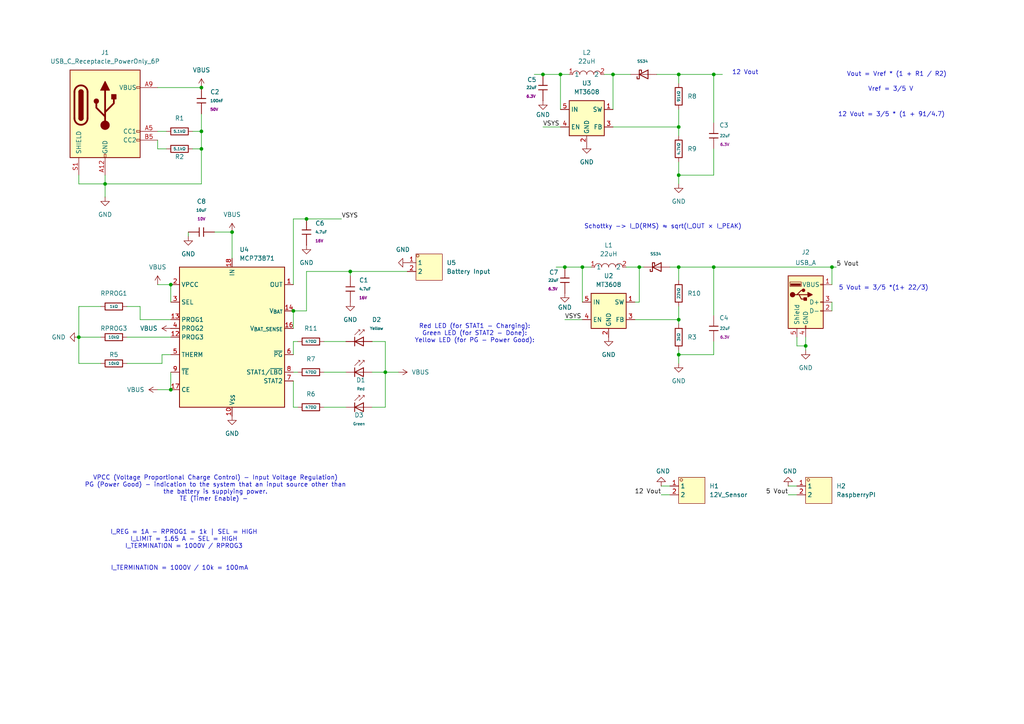
<source format=kicad_sch>
(kicad_sch (version 20250114) (generator "eeschema") (generator_version "9.0")
  (paper "A4")
  (text "12 Vout\n" (at 216.154 21.082 0) (effects (font (size 1.27 1.27))))
  (text "I_REG = 1A - RPROG1 = 1k | SEL = HIGH\nI_LIMIT = 1.65 A - SEL = HIGH\nI_TERMINATION = 1000V / RPROG3\n" (at 53.34 156.464 0) (effects (font (size 1.27 1.27))))
  (text "12 Vout = 3/5 * (1 + 91/4.7)\n" (at 258.572 33.274 0) (effects (font (size 1.27 1.27))))
  (text "5 Vout = 3/5 *(1+ 22/3)" (at 256.286 83.566 0) (effects (font (size 1.27 1.27))))
  (text "VPCC (Voltage Proportional Charge Control) - Input Voltage Regulation)\nPG (Power Good) - indication to the system that an input source other than\nthe battery is supplying power.\nTE (Timer Enable) - \n" (at 62.484 141.732 0) (effects (font (size 1.27 1.27))))
  (text "Schottky -> I_D(RMS) ≈ sqrt(I_OUT × I_PEAK)\n\n" (at 192.278 66.802 0) (effects (font (size 1.27 1.27))))
  (text "I_TERMINATION = 1000V / 10k = 100mA\n" (at 52.07 164.846 0) (effects (font (size 1.27 1.27))))
  (text "Vout = Vref * (1 + R1 / R2)" (at 260.096 21.59 0) (effects (font (size 1.27 1.27))))
  (text "Red LED (for STAT1 - Charging):\nGreen LED (for STAT2 - Done):\nYellow LED (for PG - Power Good):\n" (at 137.668 96.774 0) (effects (font (size 1.27 1.27))))
  (text "Vref = 3/5 V " (at 258.826 25.908 0) (effects (font (size 1.27 1.27))))
  (junction (at 22.86 97.79))
  (junction (at 196.85 102.87))
  (junction (at 157.48 21.59))
  (junction (at 58.42 25.4))
  (junction (at 101.6 78.74))
  (junction (at 185.42 77.47))
  (junction (at 30.48 53.34))
  (junction (at 196.85 50.8))
  (junction (at 58.42 43.18))
  (junction (at 233.68 100.33))
  (junction (at 111.76 107.95))
  (junction (at 85.09 90.17))
  (junction (at 196.85 77.47))
  (junction (at 207.01 77.47))
  (junction (at 88.9 63.5))
  (junction (at 163.83 77.47))
  (junction (at 177.8 21.59))
  (junction (at 207.01 21.59))
  (junction (at 196.85 92.71))
  (junction (at 49.53 113.03))
  (junction (at 49.53 82.55))
  (junction (at 162.56 21.59))
  (junction (at 241.3 77.47))
  (junction (at 168.91 77.47))
  (junction (at 58.42 38.1))
  (junction (at 196.85 21.59))
  (junction (at 67.31 67.31))
  (junction (at 196.85 36.83))
  (wire (pts (xy 88.9 63.5) (xy 99.06 63.5)))
  (wire (pts (xy 111.76 107.95) (xy 111.76 118.11)))
  (wire (pts (xy 207.01 43.18) (xy 207.01 50.8)))
  (wire (pts (xy 228.6 143.51) (xy 231.14 143.51)))
  (wire (pts (xy 88.9 78.74) (xy 101.6 78.74)))
  (wire (pts (xy 58.42 38.1) (xy 58.42 43.18)))
  (wire (pts (xy 30.48 50.8) (xy 30.48 53.34)))
  (wire (pts (xy 55.88 43.18) (xy 58.42 43.18)))
  (wire (pts (xy 241.3 87.63) (xy 241.3 90.17)))
  (wire (pts (xy 111.76 107.95) (xy 115.57 107.95)))
  (wire (pts (xy 233.68 100.33) (xy 233.68 97.79)))
  (wire (pts (xy 85.09 107.95) (xy 86.36 107.95)))
  (wire (pts (xy 154.94 21.59) (xy 157.48 21.59)))
  (wire (pts (xy 241.3 77.47) (xy 242.57 77.47)))
  (wire (pts (xy 196.85 50.8) (xy 196.85 53.34)))
  (wire (pts (xy 67.31 67.31) (xy 67.31 74.93)))
  (wire (pts (xy 22.86 53.34) (xy 30.48 53.34)))
  (wire (pts (xy 228.6 140.97) (xy 231.14 140.97)))
  (wire (pts (xy 194.31 77.47) (xy 196.85 77.47)))
  (wire (pts (xy 36.83 97.79) (xy 49.53 97.79)))
  (wire (pts (xy 45.72 40.64) (xy 45.72 43.18)))
  (wire (pts (xy 45.72 25.4) (xy 58.42 25.4)))
  (wire (pts (xy 85.09 110.49) (xy 85.09 118.11)))
  (wire (pts (xy 101.6 78.74) (xy 101.6 80.01)))
  (wire (pts (xy 191.77 140.97) (xy 194.31 140.97)))
  (wire (pts (xy 207.01 102.87) (xy 196.85 102.87)))
  (wire (pts (xy 196.85 21.59) (xy 207.01 21.59)))
  (wire (pts (xy 177.8 21.59) (xy 177.8 31.75)))
  (wire (pts (xy 58.42 53.34) (xy 30.48 53.34)))
  (wire (pts (xy 22.86 50.8) (xy 22.86 53.34)))
  (wire (pts (xy 168.91 77.47) (xy 171.45 77.47)))
  (wire (pts (xy 85.09 63.5) (xy 88.9 63.5)))
  (wire (pts (xy 196.85 92.71) (xy 196.85 93.98)))
  (wire (pts (xy 175.26 21.59) (xy 177.8 21.59)))
  (wire (pts (xy 157.48 21.59) (xy 162.56 21.59)))
  (wire (pts (xy 101.6 78.74) (xy 118.11 78.74)))
  (wire (pts (xy 168.91 77.47) (xy 168.91 87.63)))
  (wire (pts (xy 207.01 99.06) (xy 207.01 102.87)))
  (wire (pts (xy 30.48 53.34) (xy 30.48 57.15)))
  (wire (pts (xy 45.72 82.55) (xy 49.53 82.55)))
  (wire (pts (xy 163.83 77.47) (xy 168.91 77.47)))
  (wire (pts (xy 207.01 77.47) (xy 241.3 77.47)))
  (wire (pts (xy 40.64 92.71) (xy 49.53 92.71)))
  (wire (pts (xy 46.99 102.87) (xy 49.53 102.87)))
  (wire (pts (xy 196.85 102.87) (xy 196.85 105.41)))
  (wire (pts (xy 161.29 77.47) (xy 163.83 77.47)))
  (wire (pts (xy 85.09 90.17) (xy 88.9 90.17)))
  (wire (pts (xy 107.95 118.11) (xy 111.76 118.11)))
  (wire (pts (xy 22.86 97.79) (xy 29.21 97.79)))
  (wire (pts (xy 40.64 88.9) (xy 40.64 92.71)))
  (wire (pts (xy 196.85 88.9) (xy 196.85 92.71)))
  (wire (pts (xy 93.98 107.95) (xy 100.33 107.95)))
  (wire (pts (xy 177.8 36.83) (xy 196.85 36.83)))
  (wire (pts (xy 207.01 21.59) (xy 209.55 21.59)))
  (wire (pts (xy 85.09 90.17) (xy 85.09 95.25)))
  (wire (pts (xy 22.86 88.9) (xy 29.21 88.9)))
  (wire (pts (xy 231.14 100.33) (xy 233.68 100.33)))
  (wire (pts (xy 49.53 82.55) (xy 49.53 87.63)))
  (wire (pts (xy 85.09 99.06) (xy 85.09 102.87)))
  (wire (pts (xy 207.01 77.47) (xy 207.01 91.44)))
  (wire (pts (xy 46.99 105.41) (xy 46.99 102.87)))
  (wire (pts (xy 191.77 143.51) (xy 194.31 143.51)))
  (wire (pts (xy 36.83 88.9) (xy 40.64 88.9)))
  (wire (pts (xy 162.56 21.59) (xy 162.56 31.75)))
  (wire (pts (xy 165.1 21.59) (xy 162.56 21.59)))
  (wire (pts (xy 196.85 77.47) (xy 196.85 81.28)))
  (wire (pts (xy 62.23 67.31) (xy 67.31 67.31)))
  (wire (pts (xy 93.98 99.06) (xy 100.33 99.06)))
  (wire (pts (xy 45.72 43.18) (xy 48.26 43.18)))
  (wire (pts (xy 107.95 107.95) (xy 111.76 107.95)))
  (wire (pts (xy 177.8 21.59) (xy 182.88 21.59)))
  (wire (pts (xy 196.85 77.47) (xy 207.01 77.47)))
  (wire (pts (xy 184.15 92.71) (xy 196.85 92.71)))
  (wire (pts (xy 196.85 31.75) (xy 196.85 36.83)))
  (wire (pts (xy 22.86 97.79) (xy 22.86 105.41)))
  (wire (pts (xy 185.42 77.47) (xy 186.69 77.47)))
  (wire (pts (xy 181.61 77.47) (xy 185.42 77.47)))
  (wire (pts (xy 85.09 82.55) (xy 85.09 63.5)))
  (wire (pts (xy 22.86 105.41) (xy 29.21 105.41)))
  (wire (pts (xy 58.42 33.02) (xy 58.42 38.1)))
  (wire (pts (xy 93.98 118.11) (xy 100.33 118.11)))
  (wire (pts (xy 36.83 105.41) (xy 46.99 105.41)))
  (wire (pts (xy 45.72 113.03) (xy 49.53 113.03)))
  (wire (pts (xy 55.88 38.1) (xy 58.42 38.1)))
  (wire (pts (xy 196.85 36.83) (xy 196.85 39.37)))
  (wire (pts (xy 45.72 38.1) (xy 48.26 38.1)))
  (wire (pts (xy 107.95 99.06) (xy 111.76 99.06)))
  (wire (pts (xy 163.83 92.71) (xy 168.91 92.71)))
  (wire (pts (xy 196.85 101.6) (xy 196.85 102.87)))
  (wire (pts (xy 185.42 77.47) (xy 185.42 87.63)))
  (wire (pts (xy 22.86 88.9) (xy 22.86 97.79)))
  (wire (pts (xy 233.68 100.33) (xy 233.68 101.6)))
  (wire (pts (xy 88.9 78.74) (xy 88.9 90.17)))
  (wire (pts (xy 85.09 99.06) (xy 86.36 99.06)))
  (wire (pts (xy 231.14 97.79) (xy 231.14 100.33)))
  (wire (pts (xy 196.85 21.59) (xy 196.85 24.13)))
  (wire (pts (xy 241.3 77.47) (xy 241.3 82.55)))
  (wire (pts (xy 207.01 21.59) (xy 207.01 35.56)))
  (wire (pts (xy 111.76 99.06) (xy 111.76 107.95)))
  (wire (pts (xy 49.53 107.95) (xy 49.53 113.03)))
  (wire (pts (xy 207.01 50.8) (xy 196.85 50.8)))
  (wire (pts (xy 85.09 118.11) (xy 86.36 118.11)))
  (wire (pts (xy 196.85 46.99) (xy 196.85 50.8)))
  (wire (pts (xy 185.42 87.63) (xy 184.15 87.63)))
  (wire (pts (xy 58.42 43.18) (xy 58.42 53.34)))
  (wire (pts (xy 190.5 21.59) (xy 196.85 21.59)))
  (wire (pts (xy 157.48 36.83) (xy 162.56 36.83)))
  (wire (pts (xy 54.61 67.31) (xy 54.61 68.58)))
  (label "5 Vout" (at 242.57 77.47 0))
  (label "5 Vout" (at 228.6 143.51 180))
  (label "VSYS" (at 163.83 92.71 0))
  (label "12 Vout" (at 191.77 143.51 180))
  (label "VSYS" (at 157.48 36.83 0))
  (label "VSYS" (at 99.06 63.5 0))
  (symbol (lib_id "PCM_JLCPCB-Capacitors:0603,100nF") (at 58.42 29.21 0) (unit 1)
    (property "Reference" "C2" (at 60.96 26.6699 0) (effects (justify left)))
    (property "Value" "100nF" (at 60.96 29.21 0) (effects (font (size 0.8 0.8)) (justify left)))
    (property "Footprint" "PCM_JLCPCB:C_0603" (effects (hide yes)))
    (property "Datasheet" "https://www.lcsc.com/datasheet/lcsc_datasheet_2211101700_YAGEO-CC0603KRX7R9BB104_C14663.pdf" (effects (hide yes)))
    (property "Description" "50V 100nF X7R ±10% 0603 Multilayer Ceramic Capacitors MLCC - SMD/SMT ROHS" (effects (hide yes)))
    (property "LCSC" "C14663" (effects (hide yes)))
    (property "Stock" "70324515" (effects (hide yes)))
    (property "Price" "0.006USD" (effects (hide yes)))
    (property "Process" "SMT" (effects (hide yes)))
    (property "Minimum Qty" "20" (effects (hide yes)))
    (property "Attrition Qty" "10" (effects (hide yes)))
    (property "Class" "Basic Component" (effects (hide yes)))
    (property "Category" "Capacitors,Multilayer Ceramic Capacitors MLCC - SMD/SMT" (effects (hide yes)))
    (property "Manufacturer" "YAGEO" (effects (hide yes)))
    (property "Part" "CC0603KRX7R9BB104" (effects (hide yes)))
    (property "Voltage Rated" "50V" (at 60.96 31.75 0) (effects (font (size 0.8 0.8)) (justify left)))
    (property "Tolerance" "±10%" (effects (hide yes)))
    (property "Capacitance" "100nF" (effects (hide yes)))
    (property "Temperature Coefficient" "X7R" (effects (hide yes)))
  )
  (symbol (lib_id "PCM_JLCPCB-Resistors:0603,470Ω") (at 90.17 99.06 270) (unit 1)
    (property "Reference" "R11" (at 90.17 95.25 90))
    (property "Value" "470Ω" (at 90.17 99.06 90) (effects (font (size 0.8 0.8))))
    (property "Footprint" "PCM_JLCPCB:R_0603" (effects (hide yes)))
    (property "Datasheet" "https://www.lcsc.com/datasheet/lcsc_datasheet_2206010116_UNI-ROYAL-Uniroyal-Elec-0603WAF4700T5E_C23179.pdf" (effects (hide yes)))
    (property "Description" "100mW Thick Film Resistors 75V ±100ppm/°C ±1% 470Ω 0603 Chip Resistor - Surface Mount ROHS" (effects (hide yes)))
    (property "LCSC" "C23179" (effects (hide yes)))
    (property "Stock" "3910258" (effects (hide yes)))
    (property "Price" "0.004USD" (effects (hide yes)))
    (property "Process" "SMT" (effects (hide yes)))
    (property "Minimum Qty" "20" (effects (hide yes)))
    (property "Attrition Qty" "10" (effects (hide yes)))
    (property "Class" "Basic Component" (effects (hide yes)))
    (property "Category" "Resistors,Chip Resistor - Surface Mount" (effects (hide yes)))
    (property "Manufacturer" "UNI-ROYAL(Uniroyal Elec)" (effects (hide yes)))
    (property "Part" "0603WAF4700T5E" (effects (hide yes)))
    (property "Resistance" "470Ω" (effects (hide yes)))
    (property "Power(Watts)" "100mW" (effects (hide yes)))
    (property "Type" "Thick Film Resistors" (effects (hide yes)))
    (property "Overload Voltage (Max)" "75V" (effects (hide yes)))
    (property "Operating Temperature Range" "-55°C~+155°C" (effects (hide yes)))
    (property "Tolerance" "±1%" (effects (hide yes)))
    (property "Temperature Coefficient" "±100ppm/°C" (effects (hide yes)))
  )
  (symbol (lib_id "power:GND") (at 54.61 68.58 0) (unit 1)
    (property "Reference" "#PWR08" (effects (hide yes)))
    (property "Value" "GND" (at 54.61 73.66 0))
    (property "Description" "Power symbol creates a global label with name \"GND\" , ground" (effects (hide yes)))
  )
  (symbol (lib_id "PCM_JLCPCB-Capacitors:0603,22uF") (at 207.01 95.25 180) (unit 1)
    (property "Reference" "C4" (at 211.328 92.202 0) (effects (justify left)))
    (property "Value" "22uF" (at 211.836 95.25 0) (effects (font (size 0.8 0.8)) (justify left)))
    (property "Footprint" "PCM_JLCPCB:C_0603" (effects (hide yes)))
    (property "Datasheet" "https://www.lcsc.com/datasheet/lcsc_datasheet_2304140030_Samsung-Electro-Mechanics-CL10A226MQ8NRNC_C59461.pdf" (effects (hide yes)))
    (property "Description" "6.3V 22uF X5R ±20% 0603 Multilayer Ceramic Capacitors MLCC - SMD/SMT ROHS" (effects (hide yes)))
    (property "LCSC" "C59461" (effects (hide yes)))
    (property "Stock" "5081183" (effects (hide yes)))
    (property "Price" "0.012USD" (effects (hide yes)))
    (property "Process" "SMT" (effects (hide yes)))
    (property "Minimum Qty" "20" (effects (hide yes)))
    (property "Attrition Qty" "10" (effects (hide yes)))
    (property "Class" "Basic Component" (effects (hide yes)))
    (property "Category" "Capacitors,Multilayer Ceramic Capacitors MLCC - SMD/SMT" (effects (hide yes)))
    (property "Manufacturer" "Samsung Electro-Mechanics" (effects (hide yes)))
    (property "Part" "CL10A226MQ8NRNC" (effects (hide yes)))
    (property "Voltage Rated" "6.3V" (at 211.582 97.79 0) (effects (font (size 0.8 0.8)) (justify left)))
    (property "Tolerance" "±20%" (effects (hide yes)))
    (property "Capacitance" "22uF" (effects (hide yes)))
    (property "Temperature Coefficient" "X5R" (effects (hide yes)))
  )
  (symbol (lib_id "PCM_JLCPCB-Diodes:Schottky,SS34") (at 190.5 77.47 270) (unit 1)
    (property "Reference" "D5" (effects (hide yes)))
    (property "Value" "SS34" (at 190.1825 73.66 90) (effects (font (size 0.8 0.8))))
    (property "Footprint" "PCM_JLCPCB:D_SMA" (effects (hide yes)))
    (property "Datasheet" "https://www.lcsc.com/datasheet/lcsc_datasheet_2407101107_MDD-Microdiode-Semiconductor-SS34_C8678.pdf" (effects (hide yes)))
    (property "Description" "40V Independent Type 3A 550mV@3A SMA(DO-214AC) Schottky Diodes ROHS" (effects (hide yes)))
    (property "LCSC" "C8678" (effects (hide yes)))
    (property "Stock" "1971586" (effects (hide yes)))
    (property "Price" "0.030USD" (effects (hide yes)))
    (property "Process" "SMT" (effects (hide yes)))
    (property "Minimum Qty" "5" (effects (hide yes)))
    (property "Attrition Qty" "8" (effects (hide yes)))
    (property "Class" "Basic Component" (effects (hide yes)))
    (property "Category" "Diodes,Schottky Barrier Diodes (SBD)" (effects (hide yes)))
    (property "Manufacturer" "MDD（Microdiode Electronics）" (effects (hide yes)))
    (property "Part" "SS34" (effects (hide yes)))
    (property "Rectified Current" "3A" (effects (hide yes)))
    (property "Forward Voltage (Vf@If)" "550mV@3A" (effects (hide yes)))
    (property "Reverse Voltage (Vr)" "40V" (effects (hide yes)))
    (property "Diode Configuration" "Independent Type" (effects (hide yes)))
    (property "Reverse Leakage Current (Ir)" "500uA@40V" (effects (hide yes)))
  )
  (symbol (lib_id "power:VBUS") (at 115.57 107.95 270) (unit 1)
    (property "Reference" "#PWR04" (effects (hide yes)))
    (property "Value" "VBUS" (at 119.38 107.9499 90) (effects (justify left)))
    (property "Description" "Power symbol creates a global label with name \"VBUS\"" (effects (hide yes)))
  )
  (symbol (lib_id "power:VBUS") (at 49.53 95.25 90) (unit 1)
    (property "Reference" "#PWR06" (effects (hide yes)))
    (property "Value" "VBUS" (at 45.72 95.2499 90) (effects (justify left)))
    (property "Description" "Power symbol creates a global label with name \"VBUS\"" (effects (hide yes)))
  )
  (symbol (lib_id "PCM_JLCPCB-Resistors:0603,470Ω") (at 90.17 107.95 270) (unit 1)
    (property "Reference" "R7" (at 90.17 104.14 90))
    (property "Value" "470Ω" (at 90.17 107.95 90) (effects (font (size 0.8 0.8))))
    (property "Footprint" "PCM_JLCPCB:R_0603" (effects (hide yes)))
    (property "Datasheet" "https://www.lcsc.com/datasheet/lcsc_datasheet_2206010116_UNI-ROYAL-Uniroyal-Elec-0603WAF4700T5E_C23179.pdf" (effects (hide yes)))
    (property "Description" "100mW Thick Film Resistors 75V ±100ppm/°C ±1% 470Ω 0603 Chip Resistor - Surface Mount ROHS" (effects (hide yes)))
    (property "LCSC" "C23179" (effects (hide yes)))
    (property "Stock" "3910258" (effects (hide yes)))
    (property "Price" "0.004USD" (effects (hide yes)))
    (property "Process" "SMT" (effects (hide yes)))
    (property "Minimum Qty" "20" (effects (hide yes)))
    (property "Attrition Qty" "10" (effects (hide yes)))
    (property "Class" "Basic Component" (effects (hide yes)))
    (property "Category" "Resistors,Chip Resistor - Surface Mount" (effects (hide yes)))
    (property "Manufacturer" "UNI-ROYAL(Uniroyal Elec)" (effects (hide yes)))
    (property "Part" "0603WAF4700T5E" (effects (hide yes)))
    (property "Resistance" "470Ω" (effects (hide yes)))
    (property "Power(Watts)" "100mW" (effects (hide yes)))
    (property "Type" "Thick Film Resistors" (effects (hide yes)))
    (property "Overload Voltage (Max)" "75V" (effects (hide yes)))
    (property "Operating Temperature Range" "-55°C~+155°C" (effects (hide yes)))
    (property "Tolerance" "±1%" (effects (hide yes)))
    (property "Temperature Coefficient" "±100ppm/°C" (effects (hide yes)))
  )
  (symbol (lib_id "PCM_JLCPCB-Resistors:0603,10kΩ") (at 33.02 105.41 270) (unit 1)
    (property "Reference" "R5" (at 33.02 102.87 90))
    (property "Value" "10kΩ" (at 33.02 105.41 90) (effects (font (size 0.8 0.8))))
    (property "Footprint" "PCM_JLCPCB:R_0603" (effects (hide yes)))
    (property "Datasheet" "https://www.lcsc.com/datasheet/lcsc_datasheet_2206010045_UNI-ROYAL-Uniroyal-Elec-0603WAF1002T5E_C25804.pdf" (effects (hide yes)))
    (property "Description" "100mW Thick Film Resistors 75V ±100ppm/°C ±1% 10kΩ 0603 Chip Resistor - Surface Mount ROHS" (effects (hide yes)))
    (property "LCSC" "C25804" (effects (hide yes)))
    (property "Stock" "51181774" (effects (hide yes)))
    (property "Price" "0.004USD" (effects (hide yes)))
    (property "Process" "SMT" (effects (hide yes)))
    (property "Minimum Qty" "20" (effects (hide yes)))
    (property "Attrition Qty" "10" (effects (hide yes)))
    (property "Class" "Basic Component" (effects (hide yes)))
    (property "Category" "Resistors,Chip Resistor - Surface Mount" (effects (hide yes)))
    (property "Manufacturer" "UNI-ROYAL(Uniroyal Elec)" (effects (hide yes)))
    (property "Part" "0603WAF1002T5E" (effects (hide yes)))
    (property "Resistance" "10kΩ" (effects (hide yes)))
    (property "Power(Watts)" "100mW" (effects (hide yes)))
    (property "Type" "Thick Film Resistors" (effects (hide yes)))
    (property "Overload Voltage (Max)" "75V" (effects (hide yes)))
    (property "Operating Temperature Range" "-55°C~+155°C" (effects (hide yes)))
    (property "Tolerance" "±1%" (effects (hide yes)))
    (property "Temperature Coefficient" "±100ppm/°C" (effects (hide yes)))
  )
  (symbol (lib_id "power:GND") (at 118.11 76.2 270) (unit 1)
    (property "Reference" "#PWR07" (effects (hide yes)))
    (property "Value" "GND" (at 116.84 72.39 90))
    (property "Description" "Power symbol creates a global label with name \"GND\" , ground" (effects (hide yes)))
  )
  (symbol (lib_id "power:GND") (at 22.86 97.79 270) (unit 1)
    (property "Reference" "#PWR011" (effects (hide yes)))
    (property "Value" "GND" (at 19.05 97.7899 90) (effects (justify right)))
    (property "Description" "Power symbol creates a global label with name \"GND\" , ground" (effects (hide yes)))
  )
  (symbol (lib_id "PCM_JLCPCB-Resistors:0603,22kΩ") (at 196.85 85.09 0) (unit 1)
    (property "Reference" "R10" (at 199.39 85.0899 0) (effects (justify left)))
    (property "Value" "22kΩ" (at 196.85 85.09 90) (effects (font (size 0.8 0.8))))
    (property "Footprint" "PCM_JLCPCB:R_0603" (effects (hide yes)))
    (property "Datasheet" "https://www.lcsc.com/datasheet/lcsc_datasheet_2206010030_UNI-ROYAL-Uniroyal-Elec-0603WAF2202T5E_C31850.pdf" (effects (hide yes)))
    (property "Description" "100mW Thick Film Resistors 75V ±100ppm/°C ±1% 22kΩ 0603 Chip Resistor - Surface Mount ROHS" (effects (hide yes)))
    (property "LCSC" "C31850" (effects (hide yes)))
    (property "Stock" "1601895" (effects (hide yes)))
    (property "Price" "0.004USD" (effects (hide yes)))
    (property "Process" "SMT" (effects (hide yes)))
    (property "Minimum Qty" "20" (effects (hide yes)))
    (property "Attrition Qty" "10" (effects (hide yes)))
    (property "Class" "Basic Component" (effects (hide yes)))
    (property "Category" "Resistors,Chip Resistor - Surface Mount" (effects (hide yes)))
    (property "Manufacturer" "UNI-ROYAL(Uniroyal Elec)" (effects (hide yes)))
    (property "Part" "0603WAF2202T5E" (effects (hide yes)))
    (property "Resistance" "22kΩ" (effects (hide yes)))
    (property "Power(Watts)" "100mW" (effects (hide yes)))
    (property "Type" "Thick Film Resistors" (effects (hide yes)))
    (property "Overload Voltage (Max)" "75V" (effects (hide yes)))
    (property "Operating Temperature Range" "-55°C~+155°C" (effects (hide yes)))
    (property "Tolerance" "±1%" (effects (hide yes)))
    (property "Temperature Coefficient" "±100ppm/°C" (effects (hide yes)))
  )
  (symbol (lib_id "PCM_JLCPCB-Diodes:LED,0805,Green") (at 104.14 118.11 270) (unit 1)
    (property "Reference" "D3" (at 104.14 120.396 90))
    (property "Value" "Green" (at 104.14 122.936 90) (effects (font (size 0.8 0.8))))
    (property "Footprint" "PCM_JLCPCB:D_0805" (effects (hide yes)))
    (property "Datasheet" "https://www.lcsc.com/datasheet/lcsc_datasheet_1806151820_Hubei-KENTO-Elec-KT-0805G_C2297.pdf" (effects (hide yes)))
    (property "Description" "Emerald 0805 LED Indication - Discrete ROHS" (effects (hide yes)))
    (property "LCSC" "C2297" (effects (hide yes)))
    (property "Stock" "2062782" (effects (hide yes)))
    (property "Price" "0.014USD" (effects (hide yes)))
    (property "Process" "SMT" (effects (hide yes)))
    (property "Minimum Qty" "20" (effects (hide yes)))
    (property "Attrition Qty" "10" (effects (hide yes)))
    (property "Class" "Basic Component" (effects (hide yes)))
    (property "Category" "Optoelectronics,Light Emitting Diodes (LED)" (effects (hide yes)))
    (property "Manufacturer" "Hubei KENTO Elec" (effects (hide yes)))
    (property "Part" "KT-0805G" (effects (hide yes)))
    (property "Emitted Color" "Emerald" (effects (hide yes)))
  )
  (symbol (lib_id "easyeda2kicad:CYH74-22UH") (at 176.53 77.47 0) (unit 1)
    (property "Reference" "L1" (at 176.53 71.12 0))
    (property "Value" "22uH" (at 176.53 73.66 0))
    (property "Footprint" "easyeda2kicad:IND-SMD_L7.5-W7.5" (effects (hide yes)))
    (property "LCSC Part" "C19268629" (effects (hide yes)))
  )
  (symbol (lib_id "PCM_JLCPCB-Diodes:LED,0805,Yellow") (at 104.14 99.06 270) (unit 1)
    (property "Reference" "D2" (at 109.22 92.71 90))
    (property "Value" "Yellow" (at 109.22 95.25 90) (effects (font (size 0.8 0.8))))
    (property "Footprint" "PCM_JLCPCB:D_0805" (effects (hide yes)))
    (property "Datasheet" "https://www.lcsc.com/datasheet/lcsc_datasheet_1806151129_Hubei-KENTO-Elec-KT-0805Y_C2296.pdf" (effects (hide yes)))
    (property "Description" "Yellow 0805 LED Indication - Discrete ROHS" (effects (hide yes)))
    (property "LCSC" "C2296" (effects (hide yes)))
    (property "Stock" "662678" (effects (hide yes)))
    (property "Price" "0.015USD" (effects (hide yes)))
    (property "Process" "SMT" (effects (hide yes)))
    (property "Minimum Qty" "20" (effects (hide yes)))
    (property "Attrition Qty" "10" (effects (hide yes)))
    (property "Class" "Basic Component" (effects (hide yes)))
    (property "Category" "Optocouplers & LEDs & Infrared,Light Emitting Diodes (LED)" (effects (hide yes)))
    (property "Manufacturer" "Hubei KENTO Elec" (effects (hide yes)))
    (property "Part" "KT-0805Y" (effects (hide yes)))
  )
  (symbol (lib_id "power:GND") (at 191.77 140.97 180) (unit 1)
    (property "Reference" "#PWR09" (effects (hide yes)))
    (property "Value" "GND" (at 190.246 136.652 0) (effects (justify right)))
    (property "Description" "Power symbol creates a global label with name \"GND\" , ground" (effects (hide yes)))
  )
  (symbol (lib_id "easyeda2kicad:S2B-PH-K-S-GW") (at 123.19 77.47 0) (unit 1)
    (property "Reference" "U5" (at 129.54 76.1999 0) (effects (justify left)))
    (property "Value" "Battery Input" (at 129.54 78.7399 0) (effects (justify left)))
    (property "Footprint" "easyeda2kicad:CONN-TH_S2B-PH-K-S-GW" (effects (hide yes)))
    (property "Datasheet" "https://lcsc.com/product-detail/PH-Connectors_JST_S2B-PH-K-S-GW_PHsocket-1-2P-Curved-needle-pitch2mm_C157932.html" (effects (hide yes)))
    (property "LCSC Part" "C157932" (effects (hide yes)))
  )
  (symbol (lib_id "power:VBUS") (at 45.72 113.03 90) (unit 1)
    (property "Reference" "#PWR010" (effects (hide yes)))
    (property "Value" "VBUS" (at 41.91 113.0299 90) (effects (justify left)))
    (property "Description" "Power symbol creates a global label with name \"VBUS\"" (effects (hide yes)))
  )
  (symbol (lib_id "PCM_JLCPCB-Capacitors:0603,22uF") (at 157.48 25.4 0) (unit 1)
    (property "Reference" "C5" (at 152.908 23.114 0) (effects (justify left)))
    (property "Value" "22uF" (at 152.654 25.4 0) (effects (font (size 0.8 0.8)) (justify left)))
    (property "Footprint" "PCM_JLCPCB:C_0603" (effects (hide yes)))
    (property "Datasheet" "https://www.lcsc.com/datasheet/lcsc_datasheet_2304140030_Samsung-Electro-Mechanics-CL10A226MQ8NRNC_C59461.pdf" (effects (hide yes)))
    (property "Description" "6.3V 22uF X5R ±20% 0603 Multilayer Ceramic Capacitors MLCC - SMD/SMT ROHS" (effects (hide yes)))
    (property "LCSC" "C59461" (effects (hide yes)))
    (property "Stock" "5081183" (effects (hide yes)))
    (property "Price" "0.012USD" (effects (hide yes)))
    (property "Process" "SMT" (effects (hide yes)))
    (property "Minimum Qty" "20" (effects (hide yes)))
    (property "Attrition Qty" "10" (effects (hide yes)))
    (property "Class" "Basic Component" (effects (hide yes)))
    (property "Category" "Capacitors,Multilayer Ceramic Capacitors MLCC - SMD/SMT" (effects (hide yes)))
    (property "Manufacturer" "Samsung Electro-Mechanics" (effects (hide yes)))
    (property "Part" "CL10A226MQ8NRNC" (effects (hide yes)))
    (property "Voltage Rated" "6.3V" (at 152.654 27.94 0) (effects (font (size 0.8 0.8)) (justify left)))
    (property "Tolerance" "±20%" (effects (hide yes)))
    (property "Capacitance" "22uF" (effects (hide yes)))
    (property "Temperature Coefficient" "X5R" (effects (hide yes)))
  )
  (symbol (lib_id "PCM_JLCPCB-Resistors:0603,1kΩ") (at 33.02 88.9 90) (unit 1)
    (property "Reference" "RPROG1" (at 33.02 85.09 90))
    (property "Value" "1kΩ" (at 33.02 88.9 90) (effects (font (size 0.8 0.8))))
    (property "Footprint" "PCM_JLCPCB:R_0603" (effects (hide yes)))
    (property "Datasheet" "https://www.lcsc.com/datasheet/lcsc_datasheet_2206010130_UNI-ROYAL-Uniroyal-Elec-0603WAF1001T5E_C21190.pdf" (effects (hide yes)))
    (property "Description" "100mW Thick Film Resistors 75V ±100ppm/°C ±1% 1kΩ 0603 Chip Resistor - Surface Mount ROHS" (effects (hide yes)))
    (property "LCSC" "C21190" (effects (hide yes)))
    (property "Stock" "27538425" (effects (hide yes)))
    (property "Price" "0.004USD" (effects (hide yes)))
    (property "Process" "SMT" (effects (hide yes)))
    (property "Minimum Qty" "20" (effects (hide yes)))
    (property "Attrition Qty" "10" (effects (hide yes)))
    (property "Class" "Basic Component" (effects (hide yes)))
    (property "Category" "Resistors,Chip Resistor - Surface Mount" (effects (hide yes)))
    (property "Manufacturer" "UNI-ROYAL(Uniroyal Elec)" (effects (hide yes)))
    (property "Part" "0603WAF1001T5E" (effects (hide yes)))
    (property "Resistance" "1kΩ" (effects (hide yes)))
    (property "Power(Watts)" "100mW" (effects (hide yes)))
    (property "Type" "Thick Film Resistors" (effects (hide yes)))
    (property "Overload Voltage (Max)" "75V" (effects (hide yes)))
    (property "Operating Temperature Range" "-55°C~+155°C" (effects (hide yes)))
    (property "Tolerance" "±1%" (effects (hide yes)))
    (property "Temperature Coefficient" "±100ppm/°C" (effects (hide yes)))
  )
  (symbol (lib_id "Regulator_Switching:MT3608") (at 176.53 90.17 0) (unit 1)
    (property "Reference" "U2" (at 176.53 80.01 0))
    (property "Value" "MT3608" (at 176.53 82.55 0))
    (property "Footprint" "easyeda2kicad:SOT-23-6_L2.9-W1.6-P0.95-LS2.8-BL" (effects (hide yes)))
    (property "Datasheet" "https://www.olimex.com/Products/Breadboarding/BB-PWR-3608/resources/MT3608.pdf" (effects (hide yes)))
    (property "Description" "High Efficiency 1.2MHz 2A Step Up Converter, 2-24V Vin, 28V Vout, 4A current limit, 1.2MHz, SOT23-6" (effects (hide yes)))
  )
  (symbol (lib_id "PCM_JLCPCB-Capacitors:0603,22uF") (at 207.01 39.37 180) (unit 1)
    (property "Reference" "C3" (at 211.328 36.322 0) (effects (justify left)))
    (property "Value" "22uF" (at 211.836 39.37 0) (effects (font (size 0.8 0.8)) (justify left)))
    (property "Footprint" "PCM_JLCPCB:C_0603" (effects (hide yes)))
    (property "Datasheet" "https://www.lcsc.com/datasheet/lcsc_datasheet_2304140030_Samsung-Electro-Mechanics-CL10A226MQ8NRNC_C59461.pdf" (effects (hide yes)))
    (property "Description" "6.3V 22uF X5R ±20% 0603 Multilayer Ceramic Capacitors MLCC - SMD/SMT ROHS" (effects (hide yes)))
    (property "LCSC" "C59461" (effects (hide yes)))
    (property "Stock" "5081183" (effects (hide yes)))
    (property "Price" "0.012USD" (effects (hide yes)))
    (property "Process" "SMT" (effects (hide yes)))
    (property "Minimum Qty" "20" (effects (hide yes)))
    (property "Attrition Qty" "10" (effects (hide yes)))
    (property "Class" "Basic Component" (effects (hide yes)))
    (property "Category" "Capacitors,Multilayer Ceramic Capacitors MLCC - SMD/SMT" (effects (hide yes)))
    (property "Manufacturer" "Samsung Electro-Mechanics" (effects (hide yes)))
    (property "Part" "CL10A226MQ8NRNC" (effects (hide yes)))
    (property "Voltage Rated" "6.3V" (at 211.582 41.91 0) (effects (font (size 0.8 0.8)) (justify left)))
    (property "Tolerance" "±20%" (effects (hide yes)))
    (property "Capacitance" "22uF" (effects (hide yes)))
    (property "Temperature Coefficient" "X5R" (effects (hide yes)))
  )
  (symbol (lib_id "power:GND") (at 228.6 140.97 180) (unit 1)
    (property "Reference" "#PWR022" (effects (hide yes)))
    (property "Value" "GND" (at 227.076 136.652 0) (effects (justify right)))
    (property "Description" "Power symbol creates a global label with name \"GND\" , ground" (effects (hide yes)))
  )
  (symbol (lib_id "PCM_JLCPCB-Diodes:LED,0805,Red") (at 104.14 107.95 270) (unit 1)
    (property "Reference" "D1" (at 104.648 110.236 90))
    (property "Value" "Red" (at 104.648 112.776 90) (effects (font (size 0.8 0.8))))
    (property "Footprint" "PCM_JLCPCB:D_0805" (effects (hide yes)))
    (property "Datasheet" "https://www.lcsc.com/datasheet/lcsc_datasheet_2409272203_Foshan-NationStar-Optoelectronics-NCD0805R1_C84256.pdf" (effects (hide yes)))
    (property "Description" "25mA Colorless transparent lens 67mcd~195mcd -30°C~+85°C 615nm~630nm Individual diode Red 130° 65mW 1.6V~2.6V 0805 LED Indication - Discrete ROHS" (effects (hide yes)))
    (property "LCSC" "C84256" (effects (hide yes)))
    (property "Stock" "2976925" (effects (hide yes)))
    (property "Price" "0.016USD" (effects (hide yes)))
    (property "Process" "SMT" (effects (hide yes)))
    (property "Minimum Qty" "20" (effects (hide yes)))
    (property "Attrition Qty" "10" (effects (hide yes)))
    (property "Class" "Basic Component" (effects (hide yes)))
    (property "Category" "Optoelectronics,Light Emitting Diodes (LED)" (effects (hide yes)))
    (property "Manufacturer" "Foshan NationStar Optoelectronics" (effects (hide yes)))
    (property "Part" "NCD0805R1" (effects (hide yes)))
    (property "Operating Temperature" "-30°C~+85°C" (effects (hide yes)))
    (property "Viewing Angle" "130°" (effects (hide yes)))
    (property "Forward Current" "25mA" (effects (hide yes)))
    (property "Forward Voltage (VF)" "1.6V~2.6V" (effects (hide yes)))
    (property "Luminous Intensity" "67mcd~195mcd" (effects (hide yes)))
    (property "Dominant Wavelength" "615nm~630nm" (effects (hide yes)))
    (property "Power Dissipation" "65mW" (effects (hide yes)))
    (property "Emitted Color" "Red" (effects (hide yes)))
    (property "Diode Configuration" "Independent Diode" (effects (hide yes)))
    (property "Lens Color" "Colorless Transparent Lens" (effects (hide yes)))
  )
  (symbol (lib_id "easyeda2kicad:210S-1*2PL=11.6MMGold-platedblack") (at 199.39 142.24 0) (unit 1)
    (property "Reference" "H1" (at 205.74 140.9699 0) (effects (justify left)))
    (property "Value" "12V_Sensor" (at 205.74 143.5099 0) (effects (justify left)))
    (property "Footprint" "easyeda2kicad:HDR-TH_2P-P2.54-V-M-1" (effects (hide yes)))
    (property "Datasheet" "https://lcsc.com/product-detail/Male-Header_Headers-Pins-1-2P-2-54mm-Straight-line_C124375.html" (effects (hide yes)))
    (property "LCSC Part" "C124375" (effects (hide yes)))
  )
  (symbol (lib_id "power:GND") (at 157.48 29.21 0) (unit 1)
    (property "Reference" "#PWR018" (effects (hide yes)))
    (property "Value" "GND" (at 157.48 33.274 0))
    (property "Description" "Power symbol creates a global label with name \"GND\" , ground" (effects (hide yes)))
  )
  (symbol (lib_id "power:GND") (at 67.31 120.65 0) (unit 1)
    (property "Reference" "#PWR05" (effects (hide yes)))
    (property "Value" "GND" (at 67.31 125.73 0))
    (property "Description" "Power symbol creates a global label with name \"GND\" , ground" (effects (hide yes)))
  )
  (symbol (lib_id "power:GND") (at 30.48 57.15 0) (unit 1)
    (property "Reference" "#PWR01" (effects (hide yes)))
    (property "Value" "GND" (at 30.48 62.23 0))
    (property "Description" "Power symbol creates a global label with name \"GND\" , ground" (effects (hide yes)))
  )
  (symbol (lib_id "PCM_JLCPCB-Resistors:0603,10kΩ") (at 33.02 97.79 270) (unit 1)
    (property "Reference" "RPROG3" (at 33.02 95.25 90))
    (property "Value" "10kΩ" (at 33.02 97.79 90) (effects (font (size 0.8 0.8))))
    (property "Footprint" "PCM_JLCPCB:R_0603" (effects (hide yes)))
    (property "Datasheet" "https://www.lcsc.com/datasheet/lcsc_datasheet_2206010045_UNI-ROYAL-Uniroyal-Elec-0603WAF1002T5E_C25804.pdf" (effects (hide yes)))
    (property "Description" "100mW Thick Film Resistors 75V ±100ppm/°C ±1% 10kΩ 0603 Chip Resistor - Surface Mount ROHS" (effects (hide yes)))
    (property "LCSC" "C25804" (effects (hide yes)))
    (property "Stock" "51181774" (effects (hide yes)))
    (property "Price" "0.004USD" (effects (hide yes)))
    (property "Process" "SMT" (effects (hide yes)))
    (property "Minimum Qty" "20" (effects (hide yes)))
    (property "Attrition Qty" "10" (effects (hide yes)))
    (property "Class" "Basic Component" (effects (hide yes)))
    (property "Category" "Resistors,Chip Resistor - Surface Mount" (effects (hide yes)))
    (property "Manufacturer" "UNI-ROYAL(Uniroyal Elec)" (effects (hide yes)))
    (property "Part" "0603WAF1002T5E" (effects (hide yes)))
    (property "Resistance" "10kΩ" (effects (hide yes)))
    (property "Power(Watts)" "100mW" (effects (hide yes)))
    (property "Type" "Thick Film Resistors" (effects (hide yes)))
    (property "Overload Voltage (Max)" "75V" (effects (hide yes)))
    (property "Operating Temperature Range" "-55°C~+155°C" (effects (hide yes)))
    (property "Tolerance" "±1%" (effects (hide yes)))
    (property "Temperature Coefficient" "±100ppm/°C" (effects (hide yes)))
  )
  (symbol (lib_id "power:VBUS") (at 45.72 82.55 0) (unit 1)
    (property "Reference" "#PWR03" (effects (hide yes)))
    (property "Value" "VBUS" (at 45.72 77.47 0))
    (property "Description" "Power symbol creates a global label with name \"VBUS\"" (effects (hide yes)))
  )
  (symbol (lib_id "PCM_JLCPCB-Resistors:0603,470Ω") (at 90.17 118.11 270) (unit 1)
    (property "Reference" "R6" (at 90.17 114.3 90))
    (property "Value" "470Ω" (at 90.17 118.11 90) (effects (font (size 0.8 0.8))))
    (property "Footprint" "PCM_JLCPCB:R_0603" (effects (hide yes)))
    (property "Datasheet" "https://www.lcsc.com/datasheet/lcsc_datasheet_2206010116_UNI-ROYAL-Uniroyal-Elec-0603WAF4700T5E_C23179.pdf" (effects (hide yes)))
    (property "Description" "100mW Thick Film Resistors 75V ±100ppm/°C ±1% 470Ω 0603 Chip Resistor - Surface Mount ROHS" (effects (hide yes)))
    (property "LCSC" "C23179" (effects (hide yes)))
    (property "Stock" "3910258" (effects (hide yes)))
    (property "Price" "0.004USD" (effects (hide yes)))
    (property "Process" "SMT" (effects (hide yes)))
    (property "Minimum Qty" "20" (effects (hide yes)))
    (property "Attrition Qty" "10" (effects (hide yes)))
    (property "Class" "Basic Component" (effects (hide yes)))
    (property "Category" "Resistors,Chip Resistor - Surface Mount" (effects (hide yes)))
    (property "Manufacturer" "UNI-ROYAL(Uniroyal Elec)" (effects (hide yes)))
    (property "Part" "0603WAF4700T5E" (effects (hide yes)))
    (property "Resistance" "470Ω" (effects (hide yes)))
    (property "Power(Watts)" "100mW" (effects (hide yes)))
    (property "Type" "Thick Film Resistors" (effects (hide yes)))
    (property "Overload Voltage (Max)" "75V" (effects (hide yes)))
    (property "Operating Temperature Range" "-55°C~+155°C" (effects (hide yes)))
    (property "Tolerance" "±1%" (effects (hide yes)))
    (property "Temperature Coefficient" "±100ppm/°C" (effects (hide yes)))
  )
  (symbol (lib_id "PCM_JLCPCB-Diodes:Schottky,SS34") (at 186.69 21.59 270) (unit 1)
    (property "Reference" "D4" (effects (hide yes)))
    (property "Value" "SS34" (at 186.3725 17.78 90) (effects (font (size 0.8 0.8))))
    (property "Footprint" "PCM_JLCPCB:D_SMA" (effects (hide yes)))
    (property "Datasheet" "https://www.lcsc.com/datasheet/lcsc_datasheet_2407101107_MDD-Microdiode-Semiconductor-SS34_C8678.pdf" (effects (hide yes)))
    (property "Description" "40V Independent Type 3A 550mV@3A SMA(DO-214AC) Schottky Diodes ROHS" (effects (hide yes)))
    (property "LCSC" "C8678" (effects (hide yes)))
    (property "Stock" "1971586" (effects (hide yes)))
    (property "Price" "0.030USD" (effects (hide yes)))
    (property "Process" "SMT" (effects (hide yes)))
    (property "Minimum Qty" "5" (effects (hide yes)))
    (property "Attrition Qty" "8" (effects (hide yes)))
    (property "Class" "Basic Component" (effects (hide yes)))
    (property "Category" "Diodes,Schottky Barrier Diodes (SBD)" (effects (hide yes)))
    (property "Manufacturer" "MDD（Microdiode Electronics）" (effects (hide yes)))
    (property "Part" "SS34" (effects (hide yes)))
    (property "Rectified Current" "3A" (effects (hide yes)))
    (property "Forward Voltage (Vf@If)" "550mV@3A" (effects (hide yes)))
    (property "Reverse Voltage (Vr)" "40V" (effects (hide yes)))
    (property "Diode Configuration" "Independent Type" (effects (hide yes)))
    (property "Reverse Leakage Current (Ir)" "500uA@40V" (effects (hide yes)))
  )
  (symbol (lib_id "power:GND") (at 170.18 41.91 0) (unit 1)
    (property "Reference" "#PWR015" (effects (hide yes)))
    (property "Value" "GND" (at 170.18 46.99 0))
    (property "Description" "Power symbol creates a global label with name \"GND\" , ground" (effects (hide yes)))
  )
  (symbol (lib_id "Connector:USB_A") (at 233.68 87.63 0) (unit 1)
    (property "Reference" "J2" (at 233.68 73.152 0))
    (property "Value" "USB_A" (at 233.68 76.2 0))
    (property "Footprint" "easyeda2kicad:USB-A-TH_AF-WJDG" (effects (hide yes)))
    (property "Description" "USB Type A connector" (effects (hide yes)))
  )
  (symbol (lib_id "PCM_JLCPCB-Resistors:0603,4.7kΩ") (at 196.85 43.18 0) (unit 1)
    (property "Reference" "R9" (at 199.39 43.1799 0) (effects (justify left)))
    (property "Value" "4.7kΩ" (at 196.85 43.18 90) (effects (font (size 0.8 0.8))))
    (property "Footprint" "PCM_JLCPCB:R_0603" (effects (hide yes)))
    (property "Datasheet" "https://www.lcsc.com/datasheet/lcsc_datasheet_2206010116_UNI-ROYAL-Uniroyal-Elec-0603WAF4701T5E_C23162.pdf" (effects (hide yes)))
    (property "Description" "100mW Thick Film Resistors 75V ±100ppm/°C ±1% 4.7kΩ 0603 Chip Resistor - Surface Mount ROHS" (effects (hide yes)))
    (property "LCSC" "C23162" (effects (hide yes)))
    (property "Stock" "11302490" (effects (hide yes)))
    (property "Price" "0.004USD" (effects (hide yes)))
    (property "Process" "SMT" (effects (hide yes)))
    (property "Minimum Qty" "20" (effects (hide yes)))
    (property "Attrition Qty" "10" (effects (hide yes)))
    (property "Class" "Basic Component" (effects (hide yes)))
    (property "Category" "Resistors,Chip Resistor - Surface Mount" (effects (hide yes)))
    (property "Manufacturer" "UNI-ROYAL(Uniroyal Elec)" (effects (hide yes)))
    (property "Part" "0603WAF4701T5E" (effects (hide yes)))
    (property "Resistance" "4.7kΩ" (effects (hide yes)))
    (property "Power(Watts)" "100mW" (effects (hide yes)))
    (property "Type" "Thick Film Resistors" (effects (hide yes)))
    (property "Overload Voltage (Max)" "75V" (effects (hide yes)))
    (property "Operating Temperature Range" "-55°C~+155°C" (effects (hide yes)))
    (property "Tolerance" "±1%" (effects (hide yes)))
    (property "Temperature Coefficient" "±100ppm/°C" (effects (hide yes)))
  )
  (symbol (lib_id "power:VBUS") (at 67.31 67.31 0) (mirror y) (unit 1)
    (property "Reference" "#PWR012" (effects (hide yes)))
    (property "Value" "VBUS" (at 67.31 62.23 0))
    (property "Description" "Power symbol creates a global label with name \"VBUS\"" (effects (hide yes)))
  )
  (symbol (lib_id "Battery_Management:MCP73871") (at 67.31 97.79 0) (unit 1)
    (property "Reference" "U4" (at 69.4533 72.39 0) (effects (justify left)))
    (property "Value" "MCP73871" (at 69.4533 74.93 0) (effects (justify left)))
    (property "Footprint" "easyeda2kicad:QFN-20_L4.0-W4.0-P0.5-BL-EP" (effects (hide yes)))
    (property "Datasheet" "http://www.mouser.com/ds/2/268/22090a-52174.pdf" (effects (hide yes)))
    (property "Description" "Single cell, Li-Ion/Li-Po charge management controller" (effects (hide yes)))
    (property "LCSC Part" "C511310" (effects (hide yes)))
  )
  (symbol (lib_id "PCM_JLCPCB-Resistors:0603,5.1kΩ") (at 52.07 38.1 90) (unit 1)
    (property "Reference" "R1" (at 52.07 34.29 90))
    (property "Value" "5.1kΩ" (at 52.07 38.1 90) (effects (font (size 0.8 0.8))))
    (property "Footprint" "PCM_JLCPCB:R_0603" (effects (hide yes)))
    (property "Datasheet" "https://www.lcsc.com/datasheet/lcsc_datasheet_2206010116_UNI-ROYAL-Uniroyal-Elec-0603WAF5101T5E_C23186.pdf" (effects (hide yes)))
    (property "Description" "100mW Thick Film Resistors 75V ±100ppm/°C ±1% 5.1kΩ 0603 Chip Resistor - Surface Mount ROHS" (effects (hide yes)))
    (property "LCSC" "C23186" (effects (hide yes)))
    (property "Stock" "9223405" (effects (hide yes)))
    (property "Price" "0.004USD" (effects (hide yes)))
    (property "Process" "SMT" (effects (hide yes)))
    (property "Minimum Qty" "20" (effects (hide yes)))
    (property "Attrition Qty" "10" (effects (hide yes)))
    (property "Class" "Basic Component" (effects (hide yes)))
    (property "Category" "Resistors,Chip Resistor - Surface Mount" (effects (hide yes)))
    (property "Manufacturer" "UNI-ROYAL(Uniroyal Elec)" (effects (hide yes)))
    (property "Part" "0603WAF5101T5E" (effects (hide yes)))
    (property "Resistance" "5.1kΩ" (effects (hide yes)))
    (property "Power(Watts)" "100mW" (effects (hide yes)))
    (property "Type" "Thick Film Resistors" (effects (hide yes)))
    (property "Overload Voltage (Max)" "75V" (effects (hide yes)))
    (property "Operating Temperature Range" "-55°C~+155°C" (effects (hide yes)))
    (property "Tolerance" "±1%" (effects (hide yes)))
    (property "Temperature Coefficient" "±100ppm/°C" (effects (hide yes)))
  )
  (symbol (lib_id "power:GND") (at 101.6 87.63 0) (unit 1)
    (property "Reference" "#PWR021" (effects (hide yes)))
    (property "Value" "GND" (at 101.6 92.71 0))
    (property "Description" "Power symbol creates a global label with name \"GND\" , ground" (effects (hide yes)))
  )
  (symbol (lib_id "Connector:USB_C_Receptacle_PowerOnly_6P") (at 30.48 33.02 0) (unit 1)
    (property "Reference" "J1" (at 30.48 15.24 0))
    (property "Value" "USB_C_Receptacle_PowerOnly_6P" (at 30.48 17.78 0))
    (property "Footprint" "easyeda2kicad:TYPE-C-SMD_TYPE-C-6P" (effects (hide yes)))
    (property "Datasheet" "https://www.usb.org/sites/default/files/documents/usb_type-c.zip" (effects (hide yes)))
    (property "Description" "USB Power-Only 6P Type-C Receptacle connector" (effects (hide yes)))
    (property "LCSC Part" "C283540" (effects (hide yes)))
  )
  (symbol (lib_id "power:GND") (at 196.85 53.34 0) (unit 1)
    (property "Reference" "#PWR017" (effects (hide yes)))
    (property "Value" "GND" (at 196.85 58.42 0))
    (property "Description" "Power symbol creates a global label with name \"GND\" , ground" (effects (hide yes)))
  )
  (symbol (lib_id "easyeda2kicad:CYH74-22UH") (at 170.18 21.59 0) (unit 1)
    (property "Reference" "L2" (at 170.18 15.24 0))
    (property "Value" "22uH" (at 170.18 17.78 0))
    (property "Footprint" "easyeda2kicad:IND-SMD_L7.5-W7.5" (effects (hide yes)))
    (property "LCSC Part" "C19268629" (effects (hide yes)))
  )
  (symbol (lib_id "PCM_JLCPCB-Resistors:0603,3kΩ") (at 196.85 97.79 0) (unit 1)
    (property "Reference" "R3" (at 199.39 97.7899 0) (effects (justify left)))
    (property "Value" "3kΩ" (at 196.85 97.79 90) (effects (font (size 0.8 0.8))))
    (property "Footprint" "PCM_JLCPCB:R_0603" (effects (hide yes)))
    (property "Datasheet" "https://www.lcsc.com/datasheet/lcsc_datasheet_2206010230_UNI-ROYAL-Uniroyal-Elec-0603WAF3001T5E_C4211.pdf" (effects (hide yes)))
    (property "Description" "100mW Thick Film Resistors 75V ±100ppm/°C ±1% 3kΩ 0603 Chip Resistor - Surface Mount ROHS" (effects (hide yes)))
    (property "LCSC" "C4211" (effects (hide yes)))
    (property "Stock" "5406016" (effects (hide yes)))
    (property "Price" "0.004USD" (effects (hide yes)))
    (property "Process" "SMT" (effects (hide yes)))
    (property "Minimum Qty" "20" (effects (hide yes)))
    (property "Attrition Qty" "10" (effects (hide yes)))
    (property "Class" "Basic Component" (effects (hide yes)))
    (property "Category" "Resistors,Chip Resistor - Surface Mount" (effects (hide yes)))
    (property "Manufacturer" "UNI-ROYAL(Uniroyal Elec)" (effects (hide yes)))
    (property "Part" "0603WAF3001T5E" (effects (hide yes)))
    (property "Resistance" "3kΩ" (effects (hide yes)))
    (property "Power(Watts)" "100mW" (effects (hide yes)))
    (property "Type" "Thick Film Resistors" (effects (hide yes)))
    (property "Overload Voltage (Max)" "75V" (effects (hide yes)))
    (property "Operating Temperature Range" "-55°C~+155°C" (effects (hide yes)))
    (property "Tolerance" "±1%" (effects (hide yes)))
    (property "Temperature Coefficient" "±100ppm/°C" (effects (hide yes)))
  )
  (symbol (lib_id "PCM_JLCPCB-Capacitors:0603,10uF") (at 58.42 67.31 90) (unit 1)
    (property "Reference" "C8" (at 58.42 58.42 90))
    (property "Value" "10uF" (at 58.42 60.96 90) (effects (font (size 0.8 0.8))))
    (property "Footprint" "PCM_JLCPCB:C_0603" (effects (hide yes)))
    (property "Datasheet" "https://www.lcsc.com/datasheet/lcsc_datasheet_2304140030_Samsung-Electro-Mechanics-CL10A106KP8NNNC_C19702.pdf" (effects (hide yes)))
    (property "Description" "10V 10uF X5R ±10% 0603 Multilayer Ceramic Capacitors MLCC - SMD/SMT ROHS" (effects (hide yes)))
    (property "LCSC" "C19702" (effects (hide yes)))
    (property "Stock" "9881407" (effects (hide yes)))
    (property "Price" "0.009USD" (effects (hide yes)))
    (property "Process" "SMT" (effects (hide yes)))
    (property "Minimum Qty" "20" (effects (hide yes)))
    (property "Attrition Qty" "10" (effects (hide yes)))
    (property "Class" "Basic Component" (effects (hide yes)))
    (property "Category" "Capacitors,Multilayer Ceramic Capacitors MLCC - SMD/SMT" (effects (hide yes)))
    (property "Manufacturer" "Samsung Electro-Mechanics" (effects (hide yes)))
    (property "Part" "CL10A106KP8NNNC" (effects (hide yes)))
    (property "Voltage Rated" "10V" (at 58.42 63.5 90) (effects (font (size 0.8 0.8))))
    (property "Tolerance" "±10%" (effects (hide yes)))
    (property "Capacitance" "10uF" (effects (hide yes)))
    (property "Temperature Coefficient" "X5R" (effects (hide yes)))
  )
  (symbol (lib_id "easyeda2kicad:210S-1*2PL=11.6MMGold-platedblack") (at 236.22 142.24 0) (unit 1)
    (property "Reference" "H2" (at 242.57 140.9699 0) (effects (justify left)))
    (property "Value" "RaspberryPI" (at 242.57 143.5099 0) (effects (justify left)))
    (property "Footprint" "easyeda2kicad:HDR-TH_2P-P2.54-V-M-1" (effects (hide yes)))
    (property "Datasheet" "https://lcsc.com/product-detail/Male-Header_Headers-Pins-1-2P-2-54mm-Straight-line_C124375.html" (effects (hide yes)))
    (property "LCSC Part" "C124375" (effects (hide yes)))
  )
  (symbol (lib_id "PCM_JLCPCB-Capacitors:0603,4.7uF") (at 101.6 83.82 180) (unit 1)
    (property "Reference" "C1" (at 104.14 81.2799 0) (effects (justify right)))
    (property "Value" "4.7uF" (at 104.14 83.82 0) (effects (font (size 0.8 0.8)) (justify right)))
    (property "Footprint" "PCM_JLCPCB:C_0603" (effects (hide yes)))
    (property "Datasheet" "https://www.lcsc.com/datasheet/lcsc_datasheet_2304140030_Samsung-Electro-Mechanics-CL10A475KO8NNNC_C19666.pdf" (effects (hide yes)))
    (property "Description" "16V 4.7uF X5R ±10% 0603 Multilayer Ceramic Capacitors MLCC - SMD/SMT ROHS" (effects (hide yes)))
    (property "LCSC" "C19666" (effects (hide yes)))
    (property "Stock" "4246728" (effects (hide yes)))
    (property "Price" "0.013USD" (effects (hide yes)))
    (property "Process" "SMT" (effects (hide yes)))
    (property "Minimum Qty" "20" (effects (hide yes)))
    (property "Attrition Qty" "10" (effects (hide yes)))
    (property "Class" "Basic Component" (effects (hide yes)))
    (property "Category" "Capacitors,Multilayer Ceramic Capacitors MLCC - SMD/SMT" (effects (hide yes)))
    (property "Manufacturer" "Samsung Electro-Mechanics" (effects (hide yes)))
    (property "Part" "CL10A475KO8NNNC" (effects (hide yes)))
    (property "Voltage Rated" "16V" (at 104.14 86.36 0) (effects (font (size 0.8 0.8)) (justify right)))
    (property "Tolerance" "±10%" (effects (hide yes)))
    (property "Capacitance" "4.7uF" (effects (hide yes)))
    (property "Temperature Coefficient" "X5R" (effects (hide yes)))
  )
  (symbol (lib_id "Regulator_Switching:MT3608") (at 170.18 34.29 0) (unit 1)
    (property "Reference" "U3" (at 170.18 24.13 0))
    (property "Value" "MT3608" (at 170.18 26.67 0))
    (property "Footprint" "easyeda2kicad:SOT-23-6_L2.9-W1.6-P0.95-LS2.8-BL" (effects (hide yes)))
    (property "Datasheet" "https://www.olimex.com/Products/Breadboarding/BB-PWR-3608/resources/MT3608.pdf" (effects (hide yes)))
    (property "Description" "High Efficiency 1.2MHz 2A Step Up Converter, 2-24V Vin, 28V Vout, 4A current limit, 1.2MHz, SOT23-6" (effects (hide yes)))
  )
  (symbol (lib_id "PCM_JLCPCB-Capacitors:0603,4.7uF") (at 88.9 67.31 180) (unit 1)
    (property "Reference" "C6" (at 91.44 64.7699 0) (effects (justify right)))
    (property "Value" "4.7uF" (at 91.44 67.31 0) (effects (font (size 0.8 0.8)) (justify right)))
    (property "Footprint" "PCM_JLCPCB:C_0603" (effects (hide yes)))
    (property "Datasheet" "https://www.lcsc.com/datasheet/lcsc_datasheet_2304140030_Samsung-Electro-Mechanics-CL10A475KO8NNNC_C19666.pdf" (effects (hide yes)))
    (property "Description" "16V 4.7uF X5R ±10% 0603 Multilayer Ceramic Capacitors MLCC - SMD/SMT ROHS" (effects (hide yes)))
    (property "LCSC" "C19666" (effects (hide yes)))
    (property "Stock" "4246728" (effects (hide yes)))
    (property "Price" "0.013USD" (effects (hide yes)))
    (property "Process" "SMT" (effects (hide yes)))
    (property "Minimum Qty" "20" (effects (hide yes)))
    (property "Attrition Qty" "10" (effects (hide yes)))
    (property "Class" "Basic Component" (effects (hide yes)))
    (property "Category" "Capacitors,Multilayer Ceramic Capacitors MLCC - SMD/SMT" (effects (hide yes)))
    (property "Manufacturer" "Samsung Electro-Mechanics" (effects (hide yes)))
    (property "Part" "CL10A475KO8NNNC" (effects (hide yes)))
    (property "Voltage Rated" "16V" (at 91.44 69.85 0) (effects (font (size 0.8 0.8)) (justify right)))
    (property "Tolerance" "±10%" (effects (hide yes)))
    (property "Capacitance" "4.7uF" (effects (hide yes)))
    (property "Temperature Coefficient" "X5R" (effects (hide yes)))
  )
  (symbol (lib_id "power:GND") (at 163.83 85.09 0) (unit 1)
    (property "Reference" "#PWR014" (effects (hide yes)))
    (property "Value" "GND" (at 163.83 89.154 0))
    (property "Description" "Power symbol creates a global label with name \"GND\" , ground" (effects (hide yes)))
  )
  (symbol (lib_id "power:VBUS") (at 58.42 25.4 0) (unit 1)
    (property "Reference" "#PWR02" (effects (hide yes)))
    (property "Value" "VBUS" (at 58.42 20.32 0))
    (property "Description" "Power symbol creates a global label with name \"VBUS\"" (effects (hide yes)))
  )
  (symbol (lib_id "PCM_JLCPCB-Capacitors:0603,22uF") (at 163.83 81.28 0) (unit 1)
    (property "Reference" "C7" (at 159.258 78.994 0) (effects (justify left)))
    (property "Value" "22uF" (at 159.004 81.28 0) (effects (font (size 0.8 0.8)) (justify left)))
    (property "Footprint" "PCM_JLCPCB:C_0603" (effects (hide yes)))
    (property "Datasheet" "https://www.lcsc.com/datasheet/lcsc_datasheet_2304140030_Samsung-Electro-Mechanics-CL10A226MQ8NRNC_C59461.pdf" (effects (hide yes)))
    (property "Description" "6.3V 22uF X5R ±20% 0603 Multilayer Ceramic Capacitors MLCC - SMD/SMT ROHS" (effects (hide yes)))
    (property "LCSC" "C59461" (effects (hide yes)))
    (property "Stock" "5081183" (effects (hide yes)))
    (property "Price" "0.012USD" (effects (hide yes)))
    (property "Process" "SMT" (effects (hide yes)))
    (property "Minimum Qty" "20" (effects (hide yes)))
    (property "Attrition Qty" "10" (effects (hide yes)))
    (property "Class" "Basic Component" (effects (hide yes)))
    (property "Category" "Capacitors,Multilayer Ceramic Capacitors MLCC - SMD/SMT" (effects (hide yes)))
    (property "Manufacturer" "Samsung Electro-Mechanics" (effects (hide yes)))
    (property "Part" "CL10A226MQ8NRNC" (effects (hide yes)))
    (property "Voltage Rated" "6.3V" (at 159.004 83.82 0) (effects (font (size 0.8 0.8)) (justify left)))
    (property "Tolerance" "±20%" (effects (hide yes)))
    (property "Capacitance" "22uF" (effects (hide yes)))
    (property "Temperature Coefficient" "X5R" (effects (hide yes)))
  )
  (symbol (lib_id "power:GND") (at 88.9 71.12 0) (unit 1)
    (property "Reference" "#PWR013" (effects (hide yes)))
    (property "Value" "GND" (at 88.9 76.2 0))
    (property "Description" "Power symbol creates a global label with name \"GND\" , ground" (effects (hide yes)))
  )
  (symbol (lib_id "power:GND") (at 196.85 105.41 0) (unit 1)
    (property "Reference" "#PWR019" (effects (hide yes)))
    (property "Value" "GND" (at 196.85 110.49 0))
    (property "Description" "Power symbol creates a global label with name \"GND\" , ground" (effects (hide yes)))
  )
  (symbol (lib_id "power:GND") (at 176.53 97.79 0) (unit 1)
    (property "Reference" "#PWR016" (effects (hide yes)))
    (property "Value" "GND" (at 176.53 102.87 0))
    (property "Description" "Power symbol creates a global label with name \"GND\" , ground" (effects (hide yes)))
  )
  (symbol (lib_id "power:GND") (at 233.68 101.6 0) (unit 1)
    (property "Reference" "#PWR020" (effects (hide yes)))
    (property "Value" "GND" (at 233.68 106.68 0))
    (property "Description" "Power symbol creates a global label with name \"GND\" , ground" (effects (hide yes)))
  )
  (symbol (lib_id "PCM_JLCPCB-Resistors:0603,91kΩ") (at 196.85 27.94 0) (unit 1)
    (property "Reference" "R8" (at 199.39 27.9399 0) (effects (justify left)))
    (property "Value" "91kΩ" (at 196.85 27.94 90) (effects (font (size 0.8 0.8))))
    (property "Footprint" "PCM_JLCPCB:R_0603" (effects (hide yes)))
    (property "Datasheet" "https://www.lcsc.com/datasheet/lcsc_datasheet_2206010100_UNI-ROYAL-Uniroyal-Elec-0603WAF9102T5E_C23265.pdf" (effects (hide yes)))
    (property "Description" "100mW Thick Film Resistors 75V ±100ppm/°C ±1% 91kΩ 0603 Chip Resistor - Surface Mount ROHS" (effects (hide yes)))
    (property "LCSC" "C23265" (effects (hide yes)))
    (property "Stock" "346638" (effects (hide yes)))
    (property "Price" "0.004USD" (effects (hide yes)))
    (property "Process" "SMT" (effects (hide yes)))
    (property "Minimum Qty" "20" (effects (hide yes)))
    (property "Attrition Qty" "10" (effects (hide yes)))
    (property "Class" "Preferred Component" (effects (hide yes)))
    (property "Category" "Resistors,Chip Resistor - Surface Mount" (effects (hide yes)))
    (property "Manufacturer" "UNI-ROYAL(Uniroyal Elec)" (effects (hide yes)))
    (property "Part" "0603WAF9102T5E" (effects (hide yes)))
    (property "Resistance" "91kΩ" (effects (hide yes)))
    (property "Power(Watts)" "100mW" (effects (hide yes)))
    (property "Type" "Thick Film Resistors" (effects (hide yes)))
    (property "Overload Voltage (Max)" "75V" (effects (hide yes)))
    (property "Operating Temperature Range" "-55°C~+155°C" (effects (hide yes)))
    (property "Tolerance" "±1%" (effects (hide yes)))
    (property "Temperature Coefficient" "±100ppm/°C" (effects (hide yes)))
  )
  (symbol (lib_id "PCM_JLCPCB-Resistors:0603,5.1kΩ") (at 52.07 43.18 90) (unit 1)
    (property "Reference" "R2" (at 52.07 45.466 90))
    (property "Value" "5.1kΩ" (at 52.07 43.18 90) (effects (font (size 0.8 0.8))))
    (property "Footprint" "PCM_JLCPCB:R_0603" (effects (hide yes)))
    (property "Datasheet" "https://www.lcsc.com/datasheet/lcsc_datasheet_2206010116_UNI-ROYAL-Uniroyal-Elec-0603WAF5101T5E_C23186.pdf" (effects (hide yes)))
    (property "Description" "100mW Thick Film Resistors 75V ±100ppm/°C ±1% 5.1kΩ 0603 Chip Resistor - Surface Mount ROHS" (effects (hide yes)))
    (property "LCSC" "C23186" (effects (hide yes)))
    (property "Stock" "9223405" (effects (hide yes)))
    (property "Price" "0.004USD" (effects (hide yes)))
    (property "Process" "SMT" (effects (hide yes)))
    (property "Minimum Qty" "20" (effects (hide yes)))
    (property "Attrition Qty" "10" (effects (hide yes)))
    (property "Class" "Basic Component" (effects (hide yes)))
    (property "Category" "Resistors,Chip Resistor - Surface Mount" (effects (hide yes)))
    (property "Manufacturer" "UNI-ROYAL(Uniroyal Elec)" (effects (hide yes)))
    (property "Part" "0603WAF5101T5E" (effects (hide yes)))
    (property "Resistance" "5.1kΩ" (effects (hide yes)))
    (property "Power(Watts)" "100mW" (effects (hide yes)))
    (property "Type" "Thick Film Resistors" (effects (hide yes)))
    (property "Overload Voltage (Max)" "75V" (effects (hide yes)))
    (property "Operating Temperature Range" "-55°C~+155°C" (effects (hide yes)))
    (property "Tolerance" "±1%" (effects (hide yes)))
    (property "Temperature Coefficient" "±100ppm/°C" (effects (hide yes)))
  )
)
</source>
